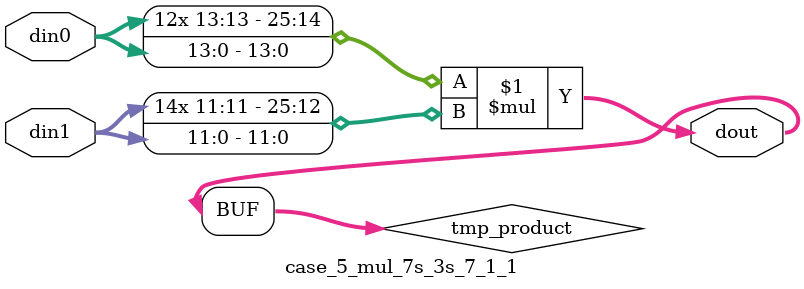
<source format=v>

`timescale 1 ns / 1 ps

 module case_5_mul_7s_3s_7_1_1(din0, din1, dout);
parameter ID = 1;
parameter NUM_STAGE = 0;
parameter din0_WIDTH = 14;
parameter din1_WIDTH = 12;
parameter dout_WIDTH = 26;

input [din0_WIDTH - 1 : 0] din0; 
input [din1_WIDTH - 1 : 0] din1; 
output [dout_WIDTH - 1 : 0] dout;

wire signed [dout_WIDTH - 1 : 0] tmp_product;



























assign tmp_product = $signed(din0) * $signed(din1);








assign dout = tmp_product;





















endmodule

</source>
